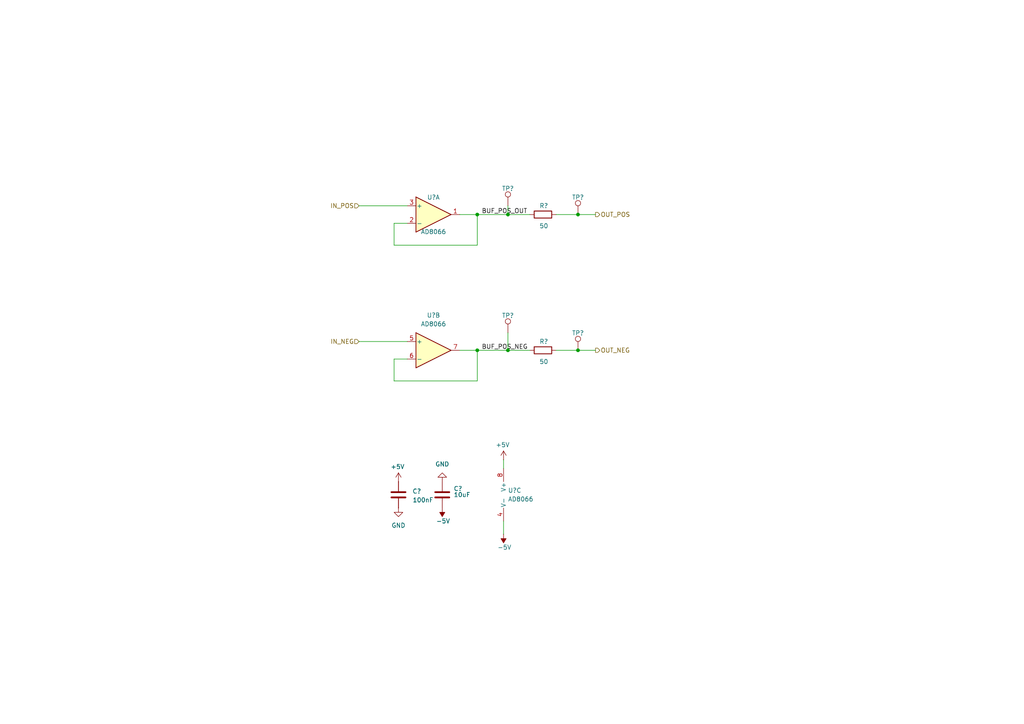
<source format=kicad_sch>
(kicad_sch (version 20250114) (generator "eeschema") (generator_version "9.0")
  (paper "A4")
  (title_block (title "Input Buffers") (date "2026-01-15") (rev "1"))
  (lib_symbols
    (symbol "Amplifier_Operational:LM2904" (pin_names (offset 0.127))
      (property "Reference" "U" (at 0 5.08 0))
      (property "Value" "LM2904" (at 0 -5.08 0))
      (symbol "LM2904_1_1"
        (polyline (pts (xy -5.08 5.08) (xy 5.08 0) (xy -5.08 -5.08) (xy -5.08 5.08)) (stroke (width 0.254)) (fill (type background)))
        (pin input line (at -7.62 2.54 0) (length 2.54) (name "+") (number "3"))
        (pin input line (at -7.62 -2.54 0) (length 2.54) (name "-") (number "2"))
        (pin output line (at 7.62 0 180) (length 2.54) (name "~") (number "1"))
      )
      (symbol "LM2904_2_1"
        (polyline (pts (xy -5.08 5.08) (xy 5.08 0) (xy -5.08 -5.08) (xy -5.08 5.08)) (stroke (width 0.254)) (fill (type background)))
        (pin input line (at -7.62 2.54 0) (length 2.54) (name "+") (number "5"))
        (pin input line (at -7.62 -2.54 0) (length 2.54) (name "-") (number "6"))
        (pin output line (at 7.62 0 180) (length 2.54) (name "~") (number "7"))
      )
      (symbol "LM2904_3_1"
        (pin power_in line (at -2.54 7.62 270) (length 3.81) (name "V+") (number "8"))
        (pin power_in line (at -2.54 -7.62 90) (length 3.81) (name "V-") (number "4"))
      )
    )
    (symbol "Connector:TestPoint" (pin_numbers (hide yes)) (pin_names (offset 0.762) (hide yes))
      (property "Reference" "TP" (at 0 6.858 0))
      (property "Value" "TestPoint" (at 0 5.08 0))
      (symbol "TestPoint_0_1"
        (circle (center 0 3.302) (radius 0.762))
      )
      (symbol "TestPoint_1_1"
        (pin passive line (at 0 0 90) (length 2.54) (name "1") (number "1"))
      )
    )
    (symbol "Device:C" (pin_numbers (hide yes)) (pin_names (offset 0.254))
      (property "Reference" "C" (at 0.635 2.54 0))
      (property "Value" "C" (at 0.635 -2.54 0))
      (symbol "C_0_1"
        (polyline (pts (xy -2.032 0.762) (xy 2.032 0.762)) (stroke (width 0.508)))
        (polyline (pts (xy -2.032 -0.762) (xy 2.032 -0.762)) (stroke (width 0.508)))
      )
      (symbol "C_1_1"
        (pin passive line (at 0 3.81 270) (length 2.794) (name "~") (number "1"))
        (pin passive line (at 0 -3.81 90) (length 2.794) (name "~") (number "2"))
      )
    )
    (symbol "Device:R" (pin_numbers (hide yes)) (pin_names (offset 0))
      (property "Reference" "R" (at 2.032 0 90))
      (property "Value" "R" (at 0 0 90))
      (symbol "R_0_1"
        (rectangle (start -1.016 -2.54) (end 1.016 2.54) (stroke (width 0.254)))
      )
      (symbol "R_1_1"
        (pin passive line (at 0 3.81 270) (length 1.27) (name "~") (number "1"))
        (pin passive line (at 0 -3.81 90) (length 1.27) (name "~") (number "2"))
      )
    )
    (symbol "power:+5V" (power) (pin_numbers (hide yes)) (pin_names (offset 0) (hide yes))
      (property "Value" "+5V" (at 0 3.556 0))
      (symbol "+5V_0_1"
        (polyline (pts (xy -0.762 1.27) (xy 0 2.54)))
        (polyline (pts (xy 0 2.54) (xy 0.762 1.27)))
        (polyline (pts (xy 0 0) (xy 0 2.54)))
      )
      (symbol "+5V_1_1"
        (pin power_in line (at 0 0 90) (length 0) (name "~") (number "1"))
      )
    )
    (symbol "power:-5V" (power) (pin_numbers (hide yes)) (pin_names (offset 0) (hide yes))
      (property "Value" "-5V" (at 0 3.556 0))
      (symbol "-5V_0_0"
        (pin power_in line (at 0 0 90) (length 0) (name "~") (number "1"))
      )
      (symbol "-5V_0_1"
        (polyline (pts (xy 0 0) (xy 0 1.27) (xy 0.762 1.27) (xy 0 2.54) (xy -0.762 1.27) (xy 0 1.27)) (fill (type outline)))
      )
    )
    (symbol "power:GND" (power) (pin_numbers (hide yes)) (pin_names (offset 0) (hide yes))
      (property "Value" "GND" (at 0 -3.81 0))
      (symbol "GND_0_1"
        (polyline (pts (xy 0 0) (xy 0 -1.27) (xy 1.27 -1.27) (xy 0 -2.54) (xy -1.27 -1.27) (xy 0 -1.27)))
      )
      (symbol "GND_1_1"
        (pin power_in line (at 0 0 270) (length 0) (name "~") (number "1"))
      )
    )
  )
  (junction (at 147.32 101.6))
  (junction (at 167.64 101.6))
  (junction (at 138.43 62.23))
  (junction (at 138.43 101.6))
  (junction (at 147.32 62.23))
  (junction (at 167.64 62.23))
  (wire (pts (xy 147.32 101.6) (xy 153.67 101.6)))
  (wire (pts (xy 138.43 110.49) (xy 114.3 110.49)))
  (wire (pts (xy 146.05 133.35) (xy 146.05 135.89)))
  (wire (pts (xy 138.43 71.12) (xy 114.3 71.12)))
  (wire (pts (xy 138.43 101.6) (xy 147.32 101.6)))
  (wire (pts (xy 104.14 59.69) (xy 118.11 59.69)))
  (wire (pts (xy 146.05 154.94) (xy 146.05 151.13)))
  (wire (pts (xy 114.3 104.14) (xy 118.11 104.14)))
  (wire (pts (xy 147.32 96.52) (xy 147.32 101.6)))
  (wire (pts (xy 161.29 101.6) (xy 167.64 101.6)))
  (wire (pts (xy 138.43 62.23) (xy 147.32 62.23)))
  (wire (pts (xy 114.3 71.12) (xy 114.3 64.77)))
  (wire (pts (xy 167.64 101.6) (xy 172.72 101.6)))
  (wire (pts (xy 133.35 62.23) (xy 138.43 62.23)))
  (wire (pts (xy 114.3 110.49) (xy 114.3 104.14)))
  (wire (pts (xy 138.43 101.6) (xy 138.43 110.49)))
  (wire (pts (xy 138.43 62.23) (xy 138.43 71.12)))
  (wire (pts (xy 133.35 101.6) (xy 138.43 101.6)))
  (wire (pts (xy 161.29 62.23) (xy 167.64 62.23)))
  (wire (pts (xy 104.14 99.06) (xy 118.11 99.06)))
  (wire (pts (xy 147.32 62.23) (xy 153.67 62.23)))
  (wire (pts (xy 167.64 62.23) (xy 172.72 62.23)))
  (wire (pts (xy 114.3 64.77) (xy 118.11 64.77)))
  (wire (pts (xy 147.32 59.69) (xy 147.32 62.23)))
  (label "BUF_POS_NEG" (at 139.7 101.6 0))
  (label "BUF_POS_OUT" (at 139.7 62.23 0))
  (hierarchical_label "OUT_NEG" (shape output) (at 172.72 101.6 0))
  (hierarchical_label "OUT_POS" (shape output) (at 172.72 62.23 0))
  (hierarchical_label "IN_POS" (shape input) (at 104.14 59.69 180))
  (hierarchical_label "IN_NEG" (shape input) (at 104.14 99.06 180))
  (symbol (lib_id "power:+5V") (at 115.57 139.7 0) (unit 1)
    (property "Reference" "#PWR?" (effects (hide yes)))
    (property "Value" "+5V" (at 115.316 135.382 0))
  )
  (symbol (lib_id "power:-5V") (at 128.27 147.32 180) (unit 1)
    (property "Reference" "#PWR?" (effects (hide yes)))
    (property "Value" "-5V" (at 128.524 151.13 0))
  )
  (symbol (lib_id "Connector:TestPoint") (at 167.64 62.23 0) (unit 1)
    (property "Reference" "TP?" (at 167.64 57.23 0))
    (property "Value" "TP" (effects (hide yes)))
    (property "Footprint" "TestPoint:TestPoint_Pad_D2.0mm" (effects (hide yes)))
    (property "Description" "Test point - Input positive" (effects (hide yes)))
  )
  (symbol (lib_id "Amplifier_Operational:LM2904") (at 125.73 62.23 0) (unit 1)
    (property "Reference" "U?" (at 125.73 57.23 0))
    (property "Value" "AD8066" (at 125.73 67.23 0))
    (property "Footprint" "Package_SO:SOIC-8_3.9x4.9mm_P1.27mm" (effects (hide yes)))
    (property "Datasheet" "http://www.ti.com/lit/ds/symlink/lm358.pdf" (effects (hide yes)))
    (property "Description" "Buffer amplifier - positive channel (substitute AD8065 after import)" (effects (hide yes)))
  )
  (symbol (lib_id "Amplifier_Operational:LM2904") (at 125.73 101.6 0) (unit 2)
    (property "Reference" "U?" (at 125.73 91.44 0))
    (property "Value" "AD8066" (at 125.73 93.98 0))
    (property "Footprint" "Package_SO:SOIC-8_3.9x4.9mm_P1.27mm" (effects (hide yes)))
    (property "Datasheet" "http://www.ti.com/lit/ds/symlink/lm358.pdf" (effects (hide yes)))
    (property "Description" "Buffer amplifier - positive channel (substitute AD8065 after import)" (effects (hide yes)))
  )
  (symbol (lib_id "Amplifier_Operational:LM2904") (at 148.59 143.51 0) (unit 3)
    (property "Reference" "U?" (at 147.32 142.2399 0) (effects (justify left)))
    (property "Value" "AD8066" (at 147.32 144.7799 0) (effects (justify left)))
    (property "Footprint" "Package_SO:SOIC-8_3.9x4.9mm_P1.27mm" (effects (hide yes)))
    (property "Datasheet" "http://www.ti.com/lit/ds/symlink/lm358.pdf" (effects (hide yes)))
    (property "Description" "Buffer amplifier - positive channel (substitute AD8065 after import)" (effects (hide yes)))
  )
  (symbol (lib_id "power:-5V") (at 146.05 154.94 180) (unit 1)
    (property "Reference" "#PWR?" (effects (hide yes)))
    (property "Value" "-5V" (at 146.304 158.75 0))
  )
  (symbol (lib_id "power:GND") (at 128.27 139.7 180) (unit 1)
    (property "Reference" "#PWR?" (effects (hide yes)))
    (property "Value" "GND" (at 128.27 134.62 0))
    (property "Description" "Power symbol creates a global label with name \"GND\" , ground" (effects (hide yes)))
  )
  (symbol (lib_id "Device:C") (at 128.27 143.51 0) (unit 1)
    (property "Reference" "C?" (at 132.842 141.732 0))
    (property "Value" "10uF" (at 134.01 143.506 0))
    (property "Footprint" "Capacitor_SMD:C_0805_2012Metric" (effects (hide yes)))
    (property "Description" "U1 power decoupling" (effects (hide yes)))
    (property "Type" "X7R" (effects (hide yes)))
    (property "Voltage" "16V" (effects (hide yes)))
  )
  (symbol (lib_id "Connector:TestPoint") (at 147.32 59.69 0) (unit 1) (exclude_from_sim yes) (in_bom no)
    (property "Reference" "TP?" (at 147.32 54.69 0))
    (property "Value" "TP" (effects (hide yes)))
    (property "Footprint" "TestPoint:TestPoint_Pad_D2.0mm" (effects (hide yes)))
    (property "Description" "Test point - Buffer positive output" (effects (hide yes)))
  )
  (symbol (lib_id "Device:R") (at 157.48 101.6 90) (unit 1)
    (property "Reference" "R?" (at 157.734 99.06 90))
    (property "Value" "50" (at 157.734 104.902 90))
    (property "Footprint" "Resistor_SMD:R_0603_1608Metric" (effects (hide yes)))
    (property "Description" "Buffer output isolation" (effects (hide yes)))
  )
  (symbol (lib_id "power:GND") (at 115.57 147.32 0) (unit 1)
    (property "Reference" "#PWR?" (effects (hide yes)))
    (property "Value" "GND" (at 115.57 152.4 0))
    (property "Description" "Power symbol creates a global label with name \"GND\" , ground" (effects (hide yes)))
  )
  (symbol (lib_id "Connector:TestPoint") (at 167.64 101.6 0) (unit 1)
    (property "Reference" "TP?" (at 167.64 96.6 0))
    (property "Value" "TP" (effects (hide yes)))
    (property "Footprint" "TestPoint:TestPoint_Pad_D2.0mm" (effects (hide yes)))
    (property "Description" "Test point - Input positive" (effects (hide yes)))
  )
  (symbol (lib_id "Device:C") (at 115.57 143.51 0) (unit 1)
    (property "Reference" "C?" (at 120.904 142.494 0))
    (property "Value" "100nF" (at 122.682 145.034 0))
    (property "Footprint" "Capacitor_SMD:C_0603_1608Metric" (effects (hide yes)))
    (property "Description" "U1 power decoupling" (effects (hide yes)))
    (property "Type" "X7R" (effects (hide yes)))
    (property "Voltage" "16V" (effects (hide yes)))
  )
  (symbol (lib_id "power:+5V") (at 146.05 133.35 0) (unit 1)
    (property "Reference" "#PWR?" (effects (hide yes)))
    (property "Value" "+5V" (at 145.796 129.032 0))
  )
  (symbol (lib_id "Device:R") (at 157.48 62.23 90) (unit 1)
    (property "Reference" "R?" (at 157.734 59.69 90))
    (property "Value" "50" (at 157.734 65.532 90))
    (property "Footprint" "Resistor_SMD:R_0603_1608Metric" (effects (hide yes)))
    (property "Description" "Buffer output isolation" (effects (hide yes)))
  )
  (symbol (lib_id "Connector:TestPoint") (at 147.32 96.52 0) (unit 1) (exclude_from_sim yes) (in_bom no)
    (property "Reference" "TP?" (at 147.32 91.52 0))
    (property "Value" "TP" (effects (hide yes)))
    (property "Footprint" "TestPoint:TestPoint_Pad_D2.0mm" (effects (hide yes)))
    (property "Description" "Test point - Buffer positive output" (effects (hide yes)))
  )
)
</source>
